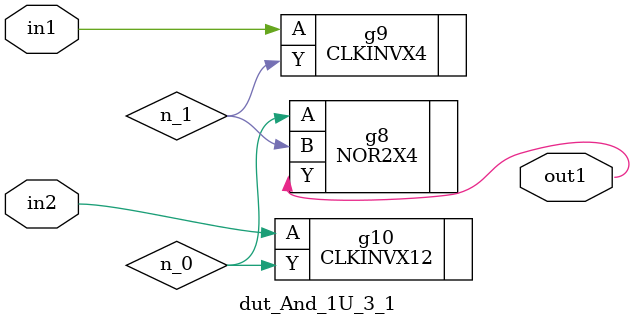
<source format=v>
`timescale 1ps / 1ps


module dut_And_1U_3_1(in2, in1, out1);
  input in2, in1;
  output out1;
  wire in2, in1;
  wire out1;
  wire n_0, n_1;
  NOR2X4 g8(.A (n_0), .B (n_1), .Y (out1));
  CLKINVX4 g9(.A (in1), .Y (n_1));
  CLKINVX12 g10(.A (in2), .Y (n_0));
endmodule



</source>
